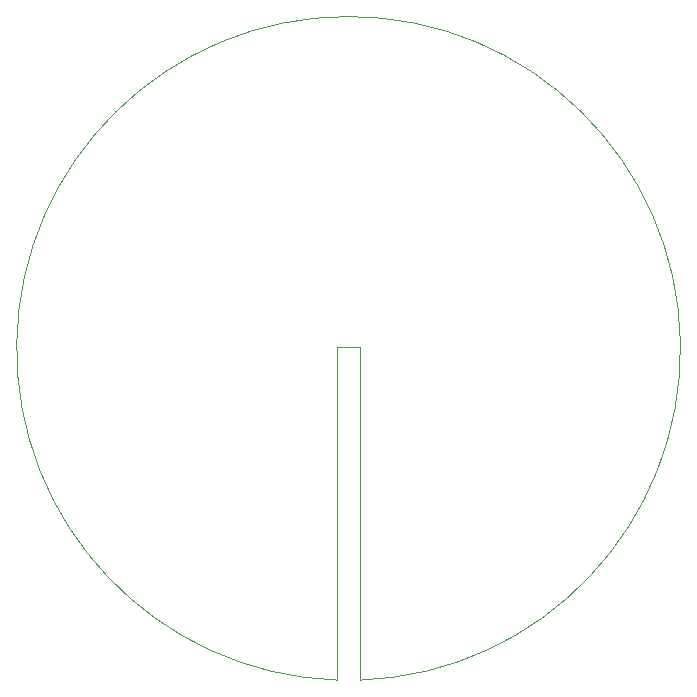
<source format=gbr>
%TF.GenerationSoftware,KiCad,Pcbnew,8.0.3*%
%TF.CreationDate,2025-07-08T12:48:36-07:00*%
%TF.ProjectId,salp_board_round,73616c70-5f62-46f6-9172-645f726f756e,rev?*%
%TF.SameCoordinates,Original*%
%TF.FileFunction,Profile,NP*%
%FSLAX46Y46*%
G04 Gerber Fmt 4.6, Leading zero omitted, Abs format (unit mm)*
G04 Created by KiCad (PCBNEW 8.0.3) date 2025-07-08 12:48:36*
%MOMM*%
%LPD*%
G01*
G04 APERTURE LIST*
%TA.AperFunction,Profile*%
%ADD10C,0.050000*%
%TD*%
G04 APERTURE END LIST*
D10*
X169000633Y-118082222D02*
G75*
G02*
X170999367Y-118082222I999367J28082222D01*
G01*
X169000000Y-89900000D02*
X171000000Y-89900000D01*
X171000000Y-89900000D02*
X170999367Y-118082222D01*
X169000633Y-118082222D02*
X169000000Y-89900000D01*
M02*

</source>
